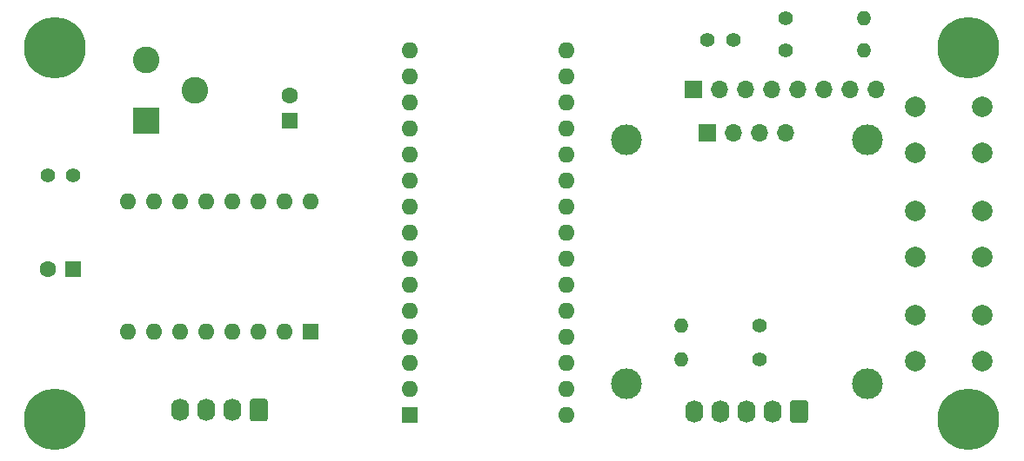
<source format=gbr>
%TF.GenerationSoftware,KiCad,Pcbnew,(5.1.10)-1*%
%TF.CreationDate,2021-10-15T15:04:30-04:00*%
%TF.ProjectId,KittyCaddyV1,4b697474-7943-4616-9464-7956312e6b69,1.0*%
%TF.SameCoordinates,Original*%
%TF.FileFunction,Soldermask,Bot*%
%TF.FilePolarity,Negative*%
%FSLAX46Y46*%
G04 Gerber Fmt 4.6, Leading zero omitted, Abs format (unit mm)*
G04 Created by KiCad (PCBNEW (5.1.10)-1) date 2021-10-15 15:04:30*
%MOMM*%
%LPD*%
G01*
G04 APERTURE LIST*
%ADD10O,1.600000X1.600000*%
%ADD11R,1.600000X1.600000*%
%ADD12O,1.700000X1.700000*%
%ADD13R,1.700000X1.700000*%
%ADD14C,3.000000*%
%ADD15C,1.400000*%
%ADD16O,1.400000X1.400000*%
%ADD17C,1.600000*%
%ADD18C,2.000000*%
%ADD19C,2.600000*%
%ADD20R,2.600000X2.600000*%
%ADD21C,6.000000*%
%ADD22O,1.740000X2.190000*%
G04 APERTURE END LIST*
D10*
%TO.C,A1*%
X125984000Y-116459000D03*
X110744000Y-116459000D03*
X125984000Y-152019000D03*
X110744000Y-118999000D03*
X125984000Y-149479000D03*
X110744000Y-121539000D03*
X125984000Y-146939000D03*
X110744000Y-124079000D03*
X125984000Y-144399000D03*
X110744000Y-126619000D03*
X125984000Y-141859000D03*
X110744000Y-129159000D03*
X125984000Y-139319000D03*
X110744000Y-131699000D03*
X125984000Y-136779000D03*
X110744000Y-134239000D03*
X125984000Y-134239000D03*
X110744000Y-136779000D03*
X125984000Y-131699000D03*
X110744000Y-139319000D03*
X125984000Y-129159000D03*
X110744000Y-141859000D03*
X125984000Y-126619000D03*
X110744000Y-144399000D03*
X125984000Y-124079000D03*
X110744000Y-146939000D03*
X125984000Y-121539000D03*
X110744000Y-149479000D03*
X125984000Y-118999000D03*
D11*
X110744000Y-152019000D03*
%TD*%
D12*
%TO.C,A3*%
X156083000Y-120269000D03*
X153543000Y-120269000D03*
X151003000Y-120269000D03*
X148463000Y-120269000D03*
X145923000Y-120269000D03*
X143383000Y-120269000D03*
X140843000Y-120269000D03*
D13*
X138303000Y-120269000D03*
%TD*%
D10*
%TO.C,A2*%
X101092000Y-131191000D03*
X83312000Y-143891000D03*
X98552000Y-131191000D03*
X85852000Y-143891000D03*
X96012000Y-131191000D03*
X88392000Y-143891000D03*
X93472000Y-131191000D03*
X90932000Y-143891000D03*
X90932000Y-131191000D03*
X93472000Y-143891000D03*
X88392000Y-131191000D03*
X96012000Y-143891000D03*
X85852000Y-131191000D03*
X98552000Y-143891000D03*
X83312000Y-131191000D03*
D11*
X101092000Y-143891000D03*
%TD*%
D14*
%TO.C,DS1*%
X131760000Y-148917000D03*
X155260000Y-148917000D03*
X155260000Y-125117000D03*
X131760000Y-125117000D03*
D12*
X147320000Y-124460000D03*
X144780000Y-124460000D03*
X142240000Y-124460000D03*
D13*
X139700000Y-124460000D03*
%TD*%
D15*
%TO.C,C1*%
X142200000Y-115443000D03*
X139700000Y-115443000D03*
%TD*%
%TO.C,C2*%
X75478000Y-128651000D03*
X77978000Y-128651000D03*
%TD*%
D16*
%TO.C,R3*%
X137160000Y-146558000D03*
D15*
X144780000Y-146558000D03*
%TD*%
D17*
%TO.C,C3*%
X99060000Y-120817000D03*
D11*
X99060000Y-123317000D03*
%TD*%
D18*
%TO.C,SW1*%
X166419600Y-142250600D03*
X166419600Y-146750600D03*
X159919600Y-142250600D03*
X159919600Y-146750600D03*
%TD*%
%TO.C,SW2*%
X166419600Y-132090600D03*
X166419600Y-136590600D03*
X159919600Y-132090600D03*
X159919600Y-136590600D03*
%TD*%
%TO.C,SW3*%
X166419600Y-121930600D03*
X166419600Y-126430600D03*
X159919600Y-121930600D03*
X159919600Y-126430600D03*
%TD*%
D19*
%TO.C,J1*%
X89790000Y-120317000D03*
X85090000Y-117317000D03*
D20*
X85090000Y-123317000D03*
%TD*%
D16*
%TO.C,R2*%
X154940000Y-113284000D03*
D15*
X147320000Y-113284000D03*
%TD*%
D16*
%TO.C,R1*%
X154940000Y-116459000D03*
D15*
X147320000Y-116459000D03*
%TD*%
D21*
%TO.C,REF\u002A\u002A*%
X165100000Y-116205000D03*
%TD*%
%TO.C,REF\u002A\u002A*%
X76200000Y-116205000D03*
%TD*%
%TO.C,REF\u002A\u002A*%
X165100000Y-152400000D03*
%TD*%
%TO.C,REF\u002A\u002A*%
X76200000Y-152400000D03*
%TD*%
D22*
%TO.C,J3*%
X88392000Y-151511000D03*
X90932000Y-151511000D03*
X93472000Y-151511000D03*
G36*
G01*
X96882000Y-150665999D02*
X96882000Y-152356001D01*
G75*
G02*
X96632001Y-152606000I-249999J0D01*
G01*
X95391999Y-152606000D01*
G75*
G02*
X95142000Y-152356001I0J249999D01*
G01*
X95142000Y-150665999D01*
G75*
G02*
X95391999Y-150416000I249999J0D01*
G01*
X96632001Y-150416000D01*
G75*
G02*
X96882000Y-150665999I0J-249999D01*
G01*
G37*
%TD*%
%TO.C,J4*%
X138430000Y-151638000D03*
X140970000Y-151638000D03*
X143510000Y-151638000D03*
X146050000Y-151638000D03*
G36*
G01*
X149460000Y-150792999D02*
X149460000Y-152483001D01*
G75*
G02*
X149210001Y-152733000I-249999J0D01*
G01*
X147969999Y-152733000D01*
G75*
G02*
X147720000Y-152483001I0J249999D01*
G01*
X147720000Y-150792999D01*
G75*
G02*
X147969999Y-150543000I249999J0D01*
G01*
X149210001Y-150543000D01*
G75*
G02*
X149460000Y-150792999I0J-249999D01*
G01*
G37*
%TD*%
D17*
%TO.C,C4*%
X75478000Y-137795000D03*
D11*
X77978000Y-137795000D03*
%TD*%
D16*
%TO.C,R4*%
X137160000Y-143256000D03*
D15*
X144780000Y-143256000D03*
%TD*%
M02*

</source>
